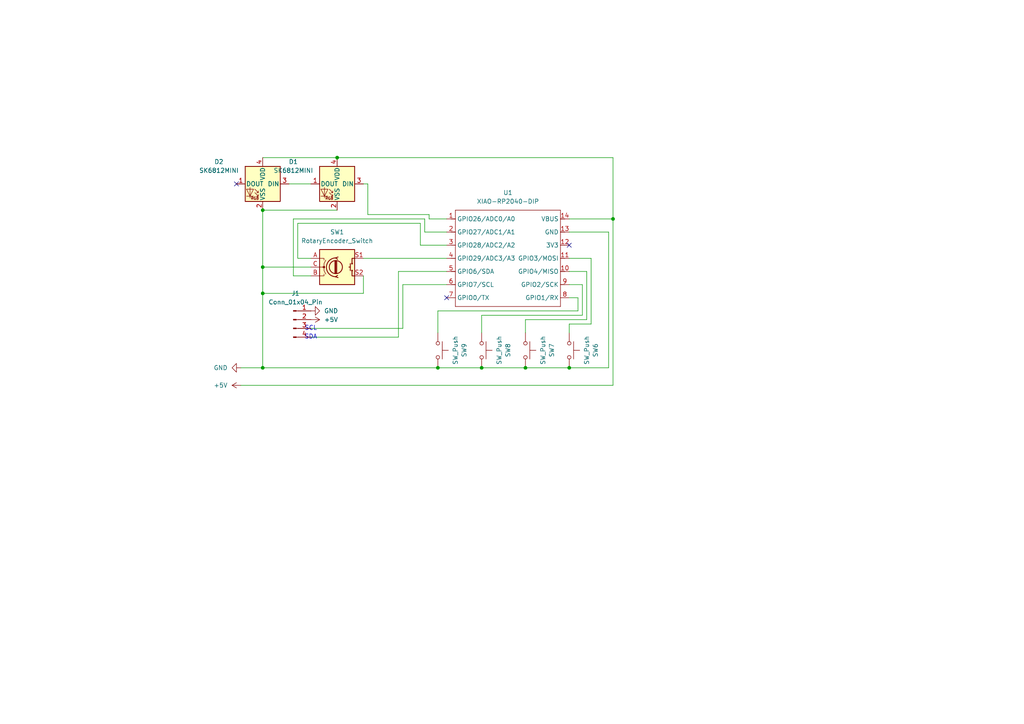
<source format=kicad_sch>
(kicad_sch (version 20250114) (generator "eeschema") (generator_version "9.0")
  (paper "A4")
  (lib_symbols
    (symbol "Connector:Conn_01x04_Pin" (pin_names (offset 1.016) (hide yes))
      (property "Reference" "J" (at 0 5.08 0))
      (property "Value" "Conn_01x04_Pin" (at 0 -7.62 0))
      (symbol "Conn_01x04_Pin_1_1"
        (rectangle (start 0.8636 2.667) (end 0 2.413) (stroke (width 0.1524)) (fill (type outline)))
        (rectangle (start 0.8636 0.127) (end 0 -0.127) (stroke (width 0.1524)) (fill (type outline)))
        (rectangle (start 0.8636 -2.413) (end 0 -2.667) (stroke (width 0.1524)) (fill (type outline)))
        (rectangle (start 0.8636 -4.953) (end 0 -5.207) (stroke (width 0.1524)) (fill (type outline)))
        (polyline (pts (xy 1.27 2.54) (xy 0.8636 2.54)) (stroke (width 0.1524)))
        (polyline (pts (xy 1.27 0) (xy 0.8636 0)) (stroke (width 0.1524)))
        (polyline (pts (xy 1.27 -2.54) (xy 0.8636 -2.54)) (stroke (width 0.1524)))
        (polyline (pts (xy 1.27 -5.08) (xy 0.8636 -5.08)) (stroke (width 0.1524)))
        (pin passive line (at 5.08 2.54 180) (length 3.81) (name "Pin_1") (number "1"))
        (pin passive line (at 5.08 0 180) (length 3.81) (name "Pin_2") (number "2"))
        (pin passive line (at 5.08 -2.54 180) (length 3.81) (name "Pin_3") (number "3"))
        (pin passive line (at 5.08 -5.08 180) (length 3.81) (name "Pin_4") (number "4"))
      )
    )
    (symbol "Device:RotaryEncoder_Switch" (pin_names (offset 0.254) (hide yes))
      (property "Reference" "SW" (at 0 6.604 0))
      (property "Value" "RotaryEncoder_Switch" (at 0 -6.604 0))
      (symbol "RotaryEncoder_Switch_0_1"
        (rectangle (start -5.08 5.08) (end 5.08 -5.08) (stroke (width 0.254)) (fill (type background)))
        (polyline (pts (xy -5.08 2.54) (xy -3.81 2.54) (xy -3.81 2.032)))
        (polyline (pts (xy -5.08 0) (xy -3.81 0) (xy -3.81 -1.016) (xy -3.302 -2.032)))
        (polyline (pts (xy -5.08 -2.54) (xy -3.81 -2.54) (xy -3.81 -2.032)))
        (polyline (pts (xy -4.318 0) (xy -3.81 0) (xy -3.81 1.016) (xy -3.302 2.032)))
        (circle (center -3.81 0) (radius 0.254) (fill (type outline)))
        (polyline (pts (xy -0.635 -1.778) (xy -0.635 1.778)) (stroke (width 0.254)))
        (circle (center -0.381 0) (radius 1.905) (stroke (width 0.254)))
        (polyline (pts (xy -0.381 -1.778) (xy -0.381 1.778)) (stroke (width 0.254)))
        (arc (start -0.381 -2.794) (mid -3.0988 -0.0635) (end -0.381 2.667) (stroke (width 0.254)))
        (polyline (pts (xy -0.127 1.778) (xy -0.127 -1.778)) (stroke (width 0.254)))
        (polyline (pts (xy 0.254 2.921) (xy -0.508 2.667) (xy 0.127 2.286)) (stroke (width 0.254)))
        (polyline (pts (xy 0.254 -3.048) (xy -0.508 -2.794) (xy 0.127 -2.413)) (stroke (width 0.254)))
        (polyline (pts (xy 3.81 1.016) (xy 3.81 -1.016)) (stroke (width 0.254)))
        (polyline (pts (xy 3.81 0) (xy 3.429 0)) (stroke (width 0.254)))
        (circle (center 4.318 1.016) (radius 0.127) (stroke (width 0.254)))
        (circle (center 4.318 -1.016) (radius 0.127) (stroke (width 0.254)))
        (polyline (pts (xy 5.08 2.54) (xy 4.318 2.54) (xy 4.318 1.016)) (stroke (width 0.254)))
        (polyline (pts (xy 5.08 -2.54) (xy 4.318 -2.54) (xy 4.318 -1.016)) (stroke (width 0.254)))
      )
      (symbol "RotaryEncoder_Switch_1_1"
        (pin passive line (at -7.62 2.54 0) (length 2.54) (name "A") (number "A"))
        (pin passive line (at -7.62 0 0) (length 2.54) (name "C") (number "C"))
        (pin passive line (at -7.62 -2.54 0) (length 2.54) (name "B") (number "B"))
        (pin passive line (at 7.62 2.54 180) (length 2.54) (name "S1") (number "S1"))
        (pin passive line (at 7.62 -2.54 180) (length 2.54) (name "S2") (number "S2"))
      )
    )
    (symbol "LED:SK6812MINI" (pin_names (offset 0.254))
      (property "Reference" "D" (at 5.08 5.715 0))
      (property "Value" "SK6812MINI" (at 1.27 -5.715 0))
      (symbol "SK6812MINI_0_0"
        (text "RGB" (at 2.286 -4.191 0) (effects (font (size 0.762 0.762))))
      )
      (symbol "SK6812MINI_0_1"
        (polyline (pts (xy 1.27 -2.54) (xy 1.778 -2.54)))
        (polyline (pts (xy 1.27 -3.556) (xy 1.778 -3.556)))
        (polyline (pts (xy 2.286 -1.524) (xy 1.27 -2.54) (xy 1.27 -2.032)))
        (polyline (pts (xy 2.286 -2.54) (xy 1.27 -3.556) (xy 1.27 -3.048)))
        (polyline (pts (xy 3.683 -1.016) (xy 3.683 -3.556) (xy 3.683 -4.064)))
        (polyline (pts (xy 4.699 -1.524) (xy 2.667 -1.524) (xy 3.683 -3.556) (xy 4.699 -1.524)))
        (polyline (pts (xy 4.699 -3.556) (xy 2.667 -3.556)))
        (rectangle (start 5.08 5.08) (end -5.08 -5.08) (stroke (width 0.254)) (fill (type background)))
      )
      (symbol "SK6812MINI_1_1"
        (pin input line (at -7.62 0 0) (length 2.54) (name "DIN") (number "3"))
        (pin power_in line (at 0 7.62 270) (length 2.54) (name "VDD") (number "4"))
        (pin power_in line (at 0 -7.62 90) (length 2.54) (name "VSS") (number "2"))
        (pin output line (at 7.62 0 180) (length 2.54) (name "DOUT") (number "1"))
      )
    )
    (symbol "OPL_SEEED:XIAO-RP2040-DIP"
      (property "Reference" "U" (at 0 0 0))
      (property "Value" "XIAO-RP2040-DIP" (at 5.334 -1.778 0))
      (symbol "XIAO-RP2040-DIP_1_0"
        (polyline (pts (xy -1.27 -2.54) (xy 29.21 -2.54)) (stroke (width 0.1524)))
        (polyline (pts (xy -1.27 -5.08) (xy -2.54 -5.08)) (stroke (width 0.1524)))
        (polyline (pts (xy -1.27 -5.08) (xy -1.27 -2.54)) (stroke (width 0.1524)))
        (polyline (pts (xy -1.27 -8.89) (xy -2.54 -8.89)) (stroke (width 0.1524)))
        (polyline (pts (xy -1.27 -8.89) (xy -1.27 -5.08)) (stroke (width 0.1524)))
        (polyline (pts (xy -1.27 -12.7) (xy -2.54 -12.7)) (stroke (width 0.1524)))
        (polyline (pts (xy -1.27 -12.7) (xy -1.27 -8.89)) (stroke (width 0.1524)))
        (polyline (pts (xy -1.27 -16.51) (xy -2.54 -16.51)) (stroke (width 0.1524)))
        (polyline (pts (xy -1.27 -16.51) (xy -1.27 -12.7)) (stroke (width 0.1524)))
        (polyline (pts (xy -1.27 -20.32) (xy -2.54 -20.32)) (stroke (width 0.1524)))
        (polyline (pts (xy -1.27 -24.13) (xy -2.54 -24.13)) (stroke (width 0.1524)))
        (polyline (pts (xy -1.27 -27.94) (xy -2.54 -27.94)) (stroke (width 0.1524)))
        (polyline (pts (xy -1.27 -30.48) (xy -1.27 -16.51)) (stroke (width 0.1524)))
        (polyline (pts (xy 29.21 -2.54) (xy 29.21 -5.08)) (stroke (width 0.1524)))
        (polyline (pts (xy 29.21 -5.08) (xy 29.21 -8.89)) (stroke (width 0.1524)))
        (polyline (pts (xy 29.21 -8.89) (xy 29.21 -12.7)) (stroke (width 0.1524)))
        (polyline (pts (xy 29.21 -12.7) (xy 29.21 -30.48)) (stroke (width 0.1524)))
        (polyline (pts (xy 29.21 -30.48) (xy -1.27 -30.48)) (stroke (width 0.1524)))
        (polyline (pts (xy 30.48 -5.08) (xy 29.21 -5.08)) (stroke (width 0.1524)))
        (polyline (pts (xy 30.48 -8.89) (xy 29.21 -8.89)) (stroke (width 0.1524)))
        (polyline (pts (xy 30.48 -12.7) (xy 29.21 -12.7)) (stroke (width 0.1524)))
        (polyline (pts (xy 30.48 -16.51) (xy 29.21 -16.51)) (stroke (width 0.1524)))
        (polyline (pts (xy 30.48 -20.32) (xy 29.21 -20.32)) (stroke (width 0.1524)))
        (polyline (pts (xy 30.48 -24.13) (xy 29.21 -24.13)) (stroke (width 0.1524)))
        (polyline (pts (xy 30.48 -27.94) (xy 29.21 -27.94)) (stroke (width 0.1524)))
        (pin passive line (at -3.81 -5.08 0) (length 2.54) (name "GPIO26/ADC0/A0") (number "1"))
        (pin passive line (at -3.81 -8.89 0) (length 2.54) (name "GPIO27/ADC1/A1") (number "2"))
        (pin passive line (at -3.81 -12.7 0) (length 2.54) (name "GPIO28/ADC2/A2") (number "3"))
        (pin passive line (at -3.81 -16.51 0) (length 2.54) (name "GPIO29/ADC3/A3") (number "4"))
        (pin passive line (at -3.81 -20.32 0) (length 2.54) (name "GPIO6/SDA") (number "5"))
        (pin passive line (at -3.81 -24.13 0) (length 2.54) (name "GPIO7/SCL") (number "6"))
        (pin passive line (at -3.81 -27.94 0) (length 2.54) (name "GPIO0/TX") (number "7"))
        (pin passive line (at 31.75 -5.08 180) (length 2.54) (name "VBUS") (number "14"))
        (pin passive line (at 31.75 -8.89 180) (length 2.54) (name "GND") (number "13"))
        (pin passive line (at 31.75 -12.7 180) (length 2.54) (name "3V3") (number "12"))
        (pin passive line (at 31.75 -16.51 180) (length 2.54) (name "GPIO3/MOSI") (number "11"))
        (pin passive line (at 31.75 -20.32 180) (length 2.54) (name "GPIO4/MISO") (number "10"))
        (pin passive line (at 31.75 -24.13 180) (length 2.54) (name "GPIO2/SCK") (number "9"))
        (pin passive line (at 31.75 -27.94 180) (length 2.54) (name "GPIO1/RX") (number "8"))
      )
    )
    (symbol "Switch:SW_Push" (pin_numbers (hide yes)) (pin_names (offset 1.016) (hide yes))
      (property "Reference" "SW" (at 1.27 2.54 0))
      (property "Value" "SW_Push" (at 0 -1.524 0))
      (symbol "SW_Push_0_1"
        (circle (center -2.032 0) (radius 0.508))
        (polyline (pts (xy 0 1.27) (xy 0 3.048)))
        (circle (center 2.032 0) (radius 0.508))
        (polyline (pts (xy 2.54 1.27) (xy -2.54 1.27)))
        (pin passive line (at -5.08 0 0) (length 2.54) (name "1") (number "1"))
        (pin passive line (at 5.08 0 180) (length 2.54) (name "2") (number "2"))
      )
    )
    (symbol "power:+5V" (power) (pin_numbers (hide yes)) (pin_names (offset 0) (hide yes))
      (property "Value" "+5V" (at 0 3.556 0))
      (symbol "+5V_0_1"
        (polyline (pts (xy -0.762 1.27) (xy 0 2.54)))
        (polyline (pts (xy 0 2.54) (xy 0.762 1.27)))
        (polyline (pts (xy 0 0) (xy 0 2.54)))
      )
      (symbol "+5V_1_1"
        (pin power_in line (at 0 0 90) (length 0) (name "~") (number "1"))
      )
    )
    (symbol "power:GND" (power) (pin_numbers (hide yes)) (pin_names (offset 0) (hide yes))
      (property "Value" "GND" (at 0 -3.81 0))
      (symbol "GND_0_1"
        (polyline (pts (xy 0 0) (xy 0 -1.27) (xy 1.27 -1.27) (xy 0 -2.54) (xy -1.27 -1.27) (xy 0 -1.27)))
      )
      (symbol "GND_1_1"
        (pin power_in line (at 0 0 270) (length 0) (name "~") (number "1"))
      )
    )
  )
  (text "SDA" (at 90.17 97.79 0) (effects (font (size 1.27 1.27))))
  (text "SCL" (at 90.17 95.25 0) (effects (font (size 1.27 1.27))))
  (junction (at 127 106.68))
  (junction (at 97.79 45.72))
  (junction (at 139.7 106.68))
  (junction (at 165.1 106.68))
  (junction (at 177.8 63.5))
  (junction (at 76.2 77.47))
  (junction (at 76.2 85.09))
  (junction (at 152.4 106.68))
  (junction (at 76.2 106.68))
  (junction (at 76.2 60.96))
  (no_connect (at 68.58 53.34))
  (no_connect (at 165.1 71.12))
  (no_connect (at 129.54 86.36))
  (wire (pts (xy 127 90.17) (xy 167.64 90.17)))
  (wire (pts (xy 116.84 82.55) (xy 129.54 82.55)))
  (wire (pts (xy 76.2 77.47) (xy 90.17 77.47)))
  (wire (pts (xy 177.8 63.5) (xy 177.8 111.76)))
  (wire (pts (xy 90.17 97.79) (xy 115.57 97.79)))
  (wire (pts (xy 115.57 78.74) (xy 129.54 78.74)))
  (wire (pts (xy 168.91 91.44) (xy 168.91 82.55)))
  (wire (pts (xy 165.1 63.5) (xy 177.8 63.5)))
  (wire (pts (xy 152.4 106.68) (xy 165.1 106.68)))
  (wire (pts (xy 176.53 106.68) (xy 165.1 106.68)))
  (wire (pts (xy 83.82 53.34) (xy 90.17 53.34)))
  (wire (pts (xy 123.19 67.31) (xy 129.54 67.31)))
  (wire (pts (xy 129.54 74.93) (xy 105.41 74.93)))
  (wire (pts (xy 116.84 82.55) (xy 116.84 95.25)))
  (wire (pts (xy 106.68 62.23) (xy 106.68 53.34)))
  (wire (pts (xy 165.1 96.52) (xy 165.1 93.98)))
  (wire (pts (xy 165.1 93.98) (xy 171.45 93.98)))
  (wire (pts (xy 76.2 60.96) (xy 76.2 77.47)))
  (wire (pts (xy 106.68 62.23) (xy 124.46 62.23)))
  (wire (pts (xy 167.64 90.17) (xy 167.64 86.36)))
  (wire (pts (xy 76.2 60.96) (xy 97.79 60.96)))
  (wire (pts (xy 127 96.52) (xy 127 90.17)))
  (wire (pts (xy 86.36 64.77) (xy 121.92 64.77)))
  (wire (pts (xy 124.46 63.5) (xy 129.54 63.5)))
  (wire (pts (xy 76.2 77.47) (xy 76.2 85.09)))
  (wire (pts (xy 171.45 93.98) (xy 171.45 74.93)))
  (wire (pts (xy 168.91 82.55) (xy 165.1 82.55)))
  (wire (pts (xy 76.2 85.09) (xy 105.41 85.09)))
  (wire (pts (xy 139.7 106.68) (xy 152.4 106.68)))
  (wire (pts (xy 123.19 63.5) (xy 123.19 67.31)))
  (wire (pts (xy 139.7 91.44) (xy 168.91 91.44)))
  (wire (pts (xy 69.85 111.76) (xy 177.8 111.76)))
  (wire (pts (xy 167.64 86.36) (xy 165.1 86.36)))
  (wire (pts (xy 124.46 63.5) (xy 124.46 62.23)))
  (wire (pts (xy 69.85 106.68) (xy 76.2 106.68)))
  (wire (pts (xy 86.36 64.77) (xy 86.36 74.93)))
  (wire (pts (xy 85.09 63.5) (xy 123.19 63.5)))
  (wire (pts (xy 127 106.68) (xy 139.7 106.68)))
  (wire (pts (xy 90.17 95.25) (xy 116.84 95.25)))
  (wire (pts (xy 85.09 80.01) (xy 90.17 80.01)))
  (wire (pts (xy 171.45 74.93) (xy 165.1 74.93)))
  (wire (pts (xy 76.2 106.68) (xy 127 106.68)))
  (wire (pts (xy 176.53 67.31) (xy 176.53 106.68)))
  (wire (pts (xy 76.2 85.09) (xy 76.2 106.68)))
  (wire (pts (xy 115.57 78.74) (xy 115.57 97.79)))
  (wire (pts (xy 121.92 71.12) (xy 129.54 71.12)))
  (wire (pts (xy 170.18 92.71) (xy 170.18 78.74)))
  (wire (pts (xy 76.2 45.72) (xy 97.79 45.72)))
  (wire (pts (xy 170.18 78.74) (xy 165.1 78.74)))
  (wire (pts (xy 97.79 45.72) (xy 177.8 45.72)))
  (wire (pts (xy 86.36 74.93) (xy 90.17 74.93)))
  (wire (pts (xy 177.8 45.72) (xy 177.8 63.5)))
  (wire (pts (xy 139.7 96.52) (xy 139.7 91.44)))
  (wire (pts (xy 85.09 63.5) (xy 85.09 80.01)))
  (wire (pts (xy 106.68 53.34) (xy 105.41 53.34)))
  (wire (pts (xy 105.41 85.09) (xy 105.41 80.01)))
  (wire (pts (xy 152.4 92.71) (xy 170.18 92.71)))
  (wire (pts (xy 121.92 64.77) (xy 121.92 71.12)))
  (wire (pts (xy 152.4 96.52) (xy 152.4 92.71)))
  (wire (pts (xy 165.1 67.31) (xy 176.53 67.31)))
  (symbol (lib_id "power:GND") (at 90.17 90.17 90) (unit 1)
    (property "Reference" "#PWR03" (effects (hide yes)))
    (property "Value" "GND" (at 93.98 90.1699 90) (effects (justify right)))
    (property "Description" "Power symbol creates a global label with name \"GND\" , ground" (effects (hide yes)))
  )
  (symbol (lib_id "Switch:SW_Push") (at 152.4 101.6 270) (unit 1)
    (property "Reference" "SW7" (at 160.02 101.6 0))
    (property "Value" "SW_Push" (at 157.48 101.6 0))
    (property "Footprint" "Button_Switch_Keyboard:SW_Cherry_MX_1.00u_PCB" (effects (hide yes)))
    (property "Description" "Push button switch, generic, two pins" (effects (hide yes)))
  )
  (symbol (lib_id "power:+5V") (at 69.85 111.76 90) (unit 1)
    (property "Reference" "#PWR02" (effects (hide yes)))
    (property "Value" "+5V" (at 66.04 111.7599 90) (effects (justify left)))
    (property "Description" "Power symbol creates a global label with name \"+5V\"" (effects (hide yes)))
  )
  (symbol (lib_id "Switch:SW_Push") (at 127 101.6 270) (unit 1)
    (property "Reference" "SW9" (at 134.62 101.6 0))
    (property "Value" "SW_Push" (at 132.08 101.6 0))
    (property "Footprint" "Button_Switch_Keyboard:SW_Cherry_MX_1.00u_PCB" (effects (hide yes)))
    (property "Description" "Push button switch, generic, two pins" (effects (hide yes)))
  )
  (symbol (lib_id "Device:RotaryEncoder_Switch") (at 97.79 77.47 0) (unit 1)
    (property "Reference" "SW1" (at 97.79 67.31 0))
    (property "Value" "RotaryEncoder_Switch" (at 97.79 69.85 0))
    (property "Footprint" "rotaryEncoders_hackday:RotaryEncoder_Alps_EC11E-Switch_Vertical_H20mm" (effects (hide yes)))
    (property "Description" "Rotary encoder, dual channel, incremental quadrate outputs, with switch" (effects (hide yes)))
  )
  (symbol (lib_id "Switch:SW_Push") (at 165.1 101.6 270) (unit 1)
    (property "Reference" "SW6" (at 172.72 101.6 0))
    (property "Value" "SW_Push" (at 170.18 101.6 0))
    (property "Footprint" "Button_Switch_Keyboard:SW_Cherry_MX_1.00u_PCB" (effects (hide yes)))
    (property "Description" "Push button switch, generic, two pins" (effects (hide yes)))
  )
  (symbol (lib_id "Connector:Conn_01x04_Pin") (at 85.09 92.71 0) (unit 1)
    (property "Reference" "J1" (at 85.725 85.09 0))
    (property "Value" "Conn_01x04_Pin" (at 85.725 87.63 0))
    (property "Footprint" "oled_0p91_hackday:SSD1306-0.91-OLED-4pin-128x32" (effects (hide yes)))
    (property "Description" "Generic connector, single row, 01x04, script generated" (effects (hide yes)))
  )
  (symbol (lib_id "LED:SK6812MINI") (at 76.2 53.34 0) (mirror y) (unit 1)
    (property "Reference" "D2" (at 63.5 46.9198 0))
    (property "Value" "SK6812MINI" (at 63.5 49.4598 0))
    (property "Footprint" "LED_SMD:LED_SK6812MINI_PLCC4_3.5x3.5mm_P1.75mm" (effects (hide yes)))
    (property "Datasheet" "https://cdn-shop.adafruit.com/product-files/2686/SK6812MINI_REV.01-1-2.pdf" (effects (hide yes)))
    (property "Description" "RGB LED with integrated controller" (effects (hide yes)))
  )
  (symbol (lib_id "LED:SK6812MINI") (at 97.79 53.34 0) (mirror y) (unit 1)
    (property "Reference" "D1" (at 85.09 46.9198 0))
    (property "Value" "SK6812MINI" (at 85.09 49.4598 0))
    (property "Footprint" "LED_SMD:LED_SK6812MINI_PLCC4_3.5x3.5mm_P1.75mm" (effects (hide yes)))
    (property "Datasheet" "https://cdn-shop.adafruit.com/product-files/2686/SK6812MINI_REV.01-1-2.pdf" (effects (hide yes)))
    (property "Description" "RGB LED with integrated controller" (effects (hide yes)))
  )
  (symbol (lib_id "power:GND") (at 69.85 106.68 270) (unit 1)
    (property "Reference" "#PWR01" (effects (hide yes)))
    (property "Value" "GND" (at 66.04 106.6801 90) (effects (justify right)))
    (property "Description" "Power symbol creates a global label with name \"GND\" , ground" (effects (hide yes)))
  )
  (symbol (lib_id "power:+5V") (at 90.17 92.71 270) (unit 1)
    (property "Reference" "#PWR04" (effects (hide yes)))
    (property "Value" "+5V" (at 93.98 92.7099 90) (effects (justify left)))
    (property "Description" "Power symbol creates a global label with name \"+5V\"" (effects (hide yes)))
  )
  (symbol (lib_id "OPL_SEEED:XIAO-RP2040-DIP") (at 133.35 58.42 0) (unit 1)
    (property "Reference" "U1" (at 147.32 55.88 0))
    (property "Value" "XIAO-RP2040-DIP" (at 147.32 58.42 0))
    (property "Footprint" "OPL_SEEED:XIAO-RP2040-DIP" (effects (hide yes)))
  )
  (symbol (lib_id "Switch:SW_Push") (at 139.7 101.6 270) (unit 1)
    (property "Reference" "SW8" (at 147.32 101.6 0))
    (property "Value" "SW_Push" (at 144.78 101.6 0))
    (property "Footprint" "Button_Switch_Keyboard:SW_Cherry_MX_1.00u_PCB" (effects (hide yes)))
    (property "Description" "Push button switch, generic, two pins" (effects (hide yes)))
  )
)
</source>
